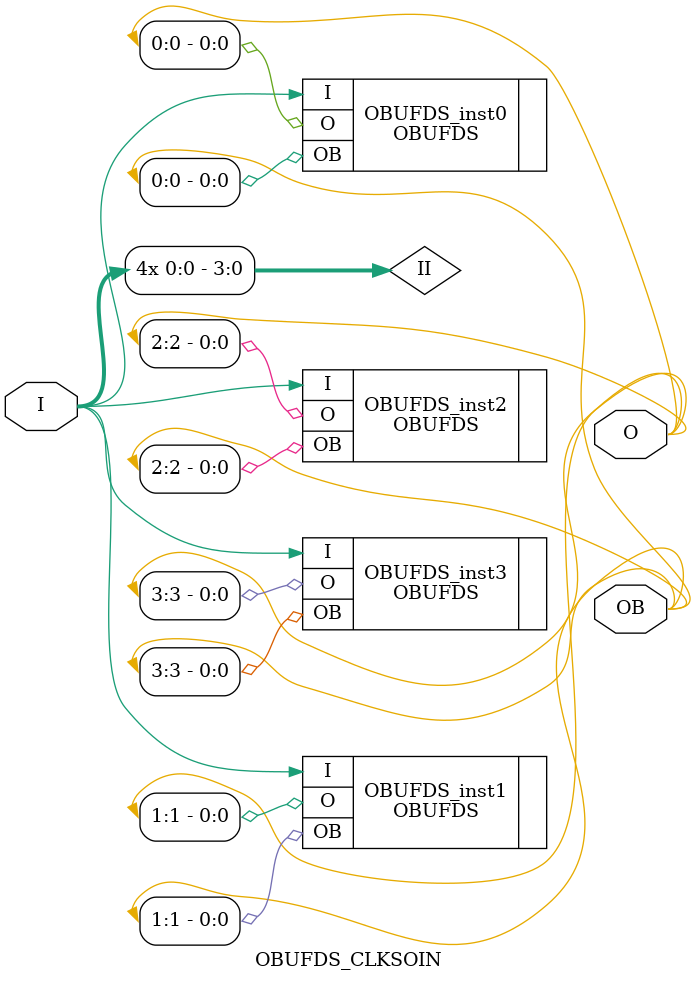
<source format=v>
`timescale 1ns / 1ps


module OBUFDS_CLKSOIN(
    input I,
    output [3:0]O,
    output [3:0]OB
    );
    wire [3:0]II;
    assign II[0]=I;
    assign II[1]=I;
    assign II[2]=I;
    assign II[3]=I;
    OBUFDS OBUFDS_inst0(
      .O(O[0]),
      .OB(OB[0]),
      .I(II[0])
    );
    OBUFDS OBUFDS_inst1(
      .O(O[1]),
      .OB(OB[1]),
      .I(II[1])
    );
    OBUFDS OBUFDS_inst2(
      .O(O[2]),
      .OB(OB[2]),
      .I(II[2])
    );
    OBUFDS OBUFDS_inst3(
      .O(O[3]),
      .OB(OB[3]),
      .I(II[3])
    );
endmodule

</source>
